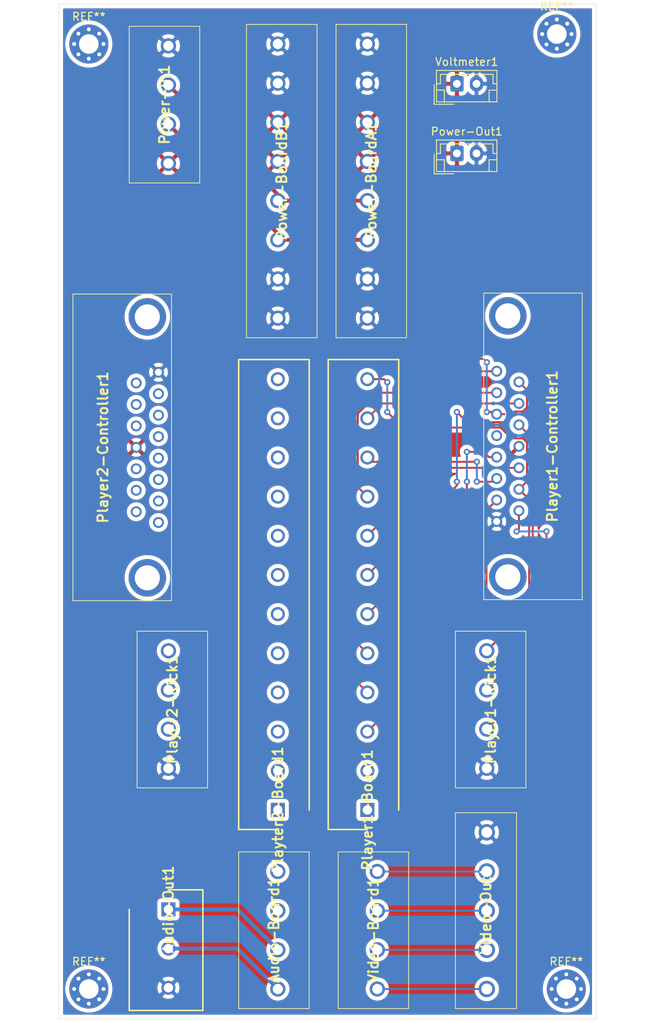
<source format=kicad_pcb>
(kicad_pcb (version 20171130) (host pcbnew "(5.1.5)-3")
  (layers (0 F.Cu signal) (31 B.Cu signal) (34 B.Paste user) (35 F.Paste user) (36 B.SilkS user) (37 F.SilkS user) (38 B.Mask user) (39 F.Mask user) (44 Edge.Cuts user))
  (net 0 "")
  (net 1 /Red)
  (net 2 /Green)
  (net 3 /Blue)
  (net 4 /Sync)
  (net 5 /GND)
  (net 6 /Audio+)
  (net 7 /SPK-)
  (net 8 /SPK+)
  (net 9 /+5V)
  (net 10 /-5V)
  (net 11 /+12V)
  (net 12 /P1-Button6)
  (net 13 /P1-Coin)
  (net 14 /P1-Button4)
  (net 15 /P1-Button2)
  (net 16 /P1-Right)
  (net 17 /P1-Down)
  (net 18 /P1-Button5)
  (net 19 /P1-Start)
  (net 20 /P1-Button3)
  (net 21 /P1-Button1)
  (net 22 /P1-Left)
  (net 23 /P1-Up)
  (net 24 /P2-Up)
  (net 25 /P2-Left)
  (net 26 /P2-Button1)
  (net 27 /P2-Button3)
  (net 28 /P2-Start)
  (net 29 /P2-Button5)
  (net 30 /P2-Button4)
  (net 31 /P2-Down)
  (net 32 /P2-Right)
  (net 33 /P2-Button2)
  (net 34 /P2-Coin)
  (net 35 /P2-Button6)
  (net 36 /Service-Switch)
  (net 37 /Tilt-Switch)
  (net 38 "Net-(Player1-Controller1-PadMH1)")
  (net 39 "Net-(Player1-Controller1-PadMH2)")
  (net 40 "Net-(Player2-Controller1-PadMH2)")
  (net 41 "Net-(Player2-Controller1-PadMH1)")
  (net 42 "Net-(Audio-Board1-Pad3)")
  (net 43 /Test-Switch)
  (net 44 "Net-(Playter2-Board1-Pad1)")
  (net 45 "Net-(Player1-Controller1-Pad9)")
  (net 46 "Net-(Player2-Controller1-Pad9)")
  (module MountingHole:MountingHole_2.5mm_Pad_Via (layer F.Cu) (at 203.2 139.7)
    (fp_text reference REF** (at 0 -3.5) (layer F.SilkS))
    (fp_text value MountingHole_2.5mm_Pad_Via)
    (pad 1 thru_hole circle (at 1.325825 -1.325825) (size 0.8 0.8) (drill 0.5) (layers *.Cu *.Mask))
    (pad 1 thru_hole circle (at 0 -1.875) (size 0.8 0.8) (drill 0.5) (layers *.Cu *.Mask))
    (pad 1 thru_hole circle (at -1.325825 -1.325825) (size 0.8 0.8) (drill 0.5) (layers *.Cu *.Mask))
    (pad 1 thru_hole circle (at -1.875 0) (size 0.8 0.8) (drill 0.5) (layers *.Cu *.Mask))
    (pad 1 thru_hole circle (at -1.325825 1.325825) (size 0.8 0.8) (drill 0.5) (layers *.Cu *.Mask))
    (pad 1 thru_hole circle (at 0 1.875) (size 0.8 0.8) (drill 0.5) (layers *.Cu *.Mask))
    (pad 1 thru_hole circle (at 1.325825 1.325825) (size 0.8 0.8) (drill 0.5) (layers *.Cu *.Mask))
    (pad 1 thru_hole circle (at 1.875 0) (size 0.8 0.8) (drill 0.5) (layers *.Cu *.Mask))
    (pad 1 thru_hole circle (at 0 0) (size 5 5) (drill 2.5) (layers *.Cu *.Mask))
  )
  (module MountingHole:MountingHole_2.5mm_Pad_Via (layer F.Cu) (at 142.24 139.7)
    (fp_text reference REF** (at 0 -3.5) (layer F.SilkS))
    (fp_text value MountingHole_2.5mm_Pad_Via)
    (pad 1 thru_hole circle (at 1.325825 -1.325825) (size 0.8 0.8) (drill 0.5) (layers *.Cu *.Mask))
    (pad 1 thru_hole circle (at 0 -1.875) (size 0.8 0.8) (drill 0.5) (layers *.Cu *.Mask))
    (pad 1 thru_hole circle (at -1.325825 -1.325825) (size 0.8 0.8) (drill 0.5) (layers *.Cu *.Mask))
    (pad 1 thru_hole circle (at -1.875 0) (size 0.8 0.8) (drill 0.5) (layers *.Cu *.Mask))
    (pad 1 thru_hole circle (at -1.325825 1.325825) (size 0.8 0.8) (drill 0.5) (layers *.Cu *.Mask))
    (pad 1 thru_hole circle (at 0 1.875) (size 0.8 0.8) (drill 0.5) (layers *.Cu *.Mask))
    (pad 1 thru_hole circle (at 1.325825 1.325825) (size 0.8 0.8) (drill 0.5) (layers *.Cu *.Mask))
    (pad 1 thru_hole circle (at 1.875 0) (size 0.8 0.8) (drill 0.5) (layers *.Cu *.Mask))
    (pad 1 thru_hole circle (at 0 0) (size 5 5) (drill 2.5) (layers *.Cu *.Mask))
  )
  (module MountingHole:MountingHole_2.5mm_Pad_Via (layer F.Cu) (at 142.24 19.05)
    (fp_text reference REF** (at 0 -3.5) (layer F.SilkS))
    (fp_text value MountingHole_2.5mm_Pad_Via)
    (pad 1 thru_hole circle (at 1.325825 -1.325825) (size 0.8 0.8) (drill 0.5) (layers *.Cu *.Mask))
    (pad 1 thru_hole circle (at 0 -1.875) (size 0.8 0.8) (drill 0.5) (layers *.Cu *.Mask))
    (pad 1 thru_hole circle (at -1.325825 -1.325825) (size 0.8 0.8) (drill 0.5) (layers *.Cu *.Mask))
    (pad 1 thru_hole circle (at -1.875 0) (size 0.8 0.8) (drill 0.5) (layers *.Cu *.Mask))
    (pad 1 thru_hole circle (at -1.325825 1.325825) (size 0.8 0.8) (drill 0.5) (layers *.Cu *.Mask))
    (pad 1 thru_hole circle (at 0 1.875) (size 0.8 0.8) (drill 0.5) (layers *.Cu *.Mask))
    (pad 1 thru_hole circle (at 1.325825 1.325825) (size 0.8 0.8) (drill 0.5) (layers *.Cu *.Mask))
    (pad 1 thru_hole circle (at 1.875 0) (size 0.8 0.8) (drill 0.5) (layers *.Cu *.Mask))
    (pad 1 thru_hole circle (at 0 0) (size 5 5) (drill 2.5) (layers *.Cu *.Mask))
  )
  (module MountingHole:MountingHole_2.5mm_Pad_Via (layer F.Cu) (at 201.985825 17.78)
    (fp_text reference REF** (at 0 -3.5) (layer F.SilkS))
    (fp_text value MountingHole_2.5mm_Pad_Via)
    (pad 1 thru_hole circle (at 1.325825 -1.325825) (size 0.8 0.8) (drill 0.5) (layers *.Cu *.Mask))
    (pad 1 thru_hole circle (at 0 -1.875) (size 0.8 0.8) (drill 0.5) (layers *.Cu *.Mask))
    (pad 1 thru_hole circle (at -1.325825 -1.325825) (size 0.8 0.8) (drill 0.5) (layers *.Cu *.Mask))
    (pad 1 thru_hole circle (at -1.875 0) (size 0.8 0.8) (drill 0.5) (layers *.Cu *.Mask))
    (pad 1 thru_hole circle (at -1.325825 1.325825) (size 0.8 0.8) (drill 0.5) (layers *.Cu *.Mask))
    (pad 1 thru_hole circle (at 0 1.875) (size 0.8 0.8) (drill 0.5) (layers *.Cu *.Mask))
    (pad 1 thru_hole circle (at 1.325825 1.325825) (size 0.8 0.8) (drill 0.5) (layers *.Cu *.Mask))
    (pad 1 thru_hole circle (at 1.875 0) (size 0.8 0.8) (drill 0.5) (layers *.Cu *.Mask))
    (pad 1 thru_hole circle (at 0 0) (size 5 5) (drill 2.5) (layers *.Cu *.Mask))
  )
  (module SamacSys:TB003500P05BE (layer F.Cu) (at 193.04 139.7 90)
    (fp_text reference Video-Out1 (at 10 -0.1 90) (layer F.SilkS) (effects (font (size 1.27 1.27) (thickness 0.254))))
    (fp_text value Block5 hide)
    (fp_line (start -2.5 3.8) (end -2.5 -4) (layer F.SilkS) (width 0.1))
    (fp_line (start 22.5 3.8) (end -2.5 3.8) (layer F.SilkS) (width 0.1))
    (fp_line (start 22.5 -4) (end 22.5 3.8) (layer F.SilkS) (width 0.1))
    (fp_line (start -2.5 -4) (end 22.5 -4) (layer F.SilkS) (width 0.1))
    (pad 5 thru_hole circle (at 20 0 90) (size 2.1 2.1) (drill 1.4) (layers *.Cu *.Mask) (net 5 /GND))
    (pad 4 thru_hole circle (at 15 0 90) (size 2.1 2.1) (drill 1.4) (layers *.Cu *.Mask) (net 4 /Sync))
    (pad 3 thru_hole circle (at 10 0 90) (size 2.1 2.1) (drill 1.4) (layers *.Cu *.Mask) (net 3 /Blue))
    (pad 2 thru_hole circle (at 5 0 90) (size 2.1 2.1) (drill 1.4) (layers *.Cu *.Mask) (net 2 /Green))
    (pad 1 thru_hole circle (at 0 0 90) (size 2.1 2.1) (drill 1.4) (layers *.Cu *.Mask) (net 1 /Red))
  )
  (module SamacSys:TB00150004BE (layer F.Cu) (at 179.07 139.7 90)
    (fp_text reference Video-Board1 (at 7.5 -0.5 90) (layer F.SilkS) (effects (font (size 1.27 1.27) (thickness 0.254))))
    (fp_text value Block12 hide)
    (fp_line (start -2.5 -5) (end 17.5 -5) (layer F.SilkS) (width 0.1))
    (fp_line (start 17.5 -5) (end 17.5 4) (layer F.SilkS) (width 0.1))
    (fp_line (start 17.5 4) (end -2.5 4) (layer F.SilkS) (width 0.1))
    (fp_line (start -2.5 4) (end -2.5 -5) (layer F.SilkS) (width 0.1))
    (pad 1 thru_hole circle (at 0 0 90) (size 1.95 1.95) (drill 1.3) (layers *.Cu *.Mask) (net 1 /Red))
    (pad 2 thru_hole circle (at 5 0 90) (size 1.95 1.95) (drill 1.3) (layers *.Cu *.Mask) (net 2 /Green))
    (pad 3 thru_hole circle (at 10 0 90) (size 1.95 1.95) (drill 1.3) (layers *.Cu *.Mask) (net 3 /Blue))
    (pad 4 thru_hole circle (at 15 0 90) (size 1.95 1.95) (drill 1.3) (layers *.Cu *.Mask) (net 4 /Sync))
  )
  (module SamacSys:TB00150004BE (layer F.Cu) (at 166.37 139.7 90)
    (fp_text reference Audio-Board1 (at 7.5 -0.5 90) (layer F.SilkS) (effects (font (size 1.27 1.27) (thickness 0.254))))
    (fp_text value Block4 hide)
    (fp_line (start -2.5 4) (end -2.5 -5) (layer F.SilkS) (width 0.1))
    (fp_line (start 17.5 4) (end -2.5 4) (layer F.SilkS) (width 0.1))
    (fp_line (start 17.5 -5) (end 17.5 4) (layer F.SilkS) (width 0.1))
    (fp_line (start -2.5 -5) (end 17.5 -5) (layer F.SilkS) (width 0.1))
    (pad 4 thru_hole circle (at 15 0 90) (size 1.95 1.95) (drill 1.3) (layers *.Cu *.Mask) (net 6 /Audio+))
    (pad 3 thru_hole circle (at 10 0 90) (size 1.95 1.95) (drill 1.3) (layers *.Cu *.Mask) (net 42 "Net-(Audio-Board1-Pad3)"))
    (pad 2 thru_hole circle (at 5 0 90) (size 1.95 1.95) (drill 1.3) (layers *.Cu *.Mask) (net 8 /SPK+))
    (pad 1 thru_hole circle (at 0 0 90) (size 1.95 1.95) (drill 1.3) (layers *.Cu *.Mask) (net 7 /SPK-))
  )
  (module SamacSys:TB00150004BE (layer F.Cu) (at 152.4 34.29 90)
    (fp_text reference Power-In1 (at 7.5 -0.5 90) (layer F.SilkS) (effects (font (size 1.27 1.27) (thickness 0.254))))
    (fp_text value Block4 hide)
    (fp_line (start -2.5 -5) (end 17.5 -5) (layer F.SilkS) (width 0.1))
    (fp_line (start 17.5 -5) (end 17.5 4) (layer F.SilkS) (width 0.1))
    (fp_line (start 17.5 4) (end -2.5 4) (layer F.SilkS) (width 0.1))
    (fp_line (start -2.5 4) (end -2.5 -5) (layer F.SilkS) (width 0.1))
    (pad 1 thru_hole circle (at 0 0 90) (size 1.95 1.95) (drill 1.3) (layers *.Cu *.Mask) (net 9 /+5V))
    (pad 2 thru_hole circle (at 5 0 90) (size 1.95 1.95) (drill 1.3) (layers *.Cu *.Mask) (net 11 /+12V))
    (pad 3 thru_hole circle (at 10 0 90) (size 1.95 1.95) (drill 1.3) (layers *.Cu *.Mask) (net 10 /-5V))
    (pad 4 thru_hole circle (at 15 0 90) (size 1.95 1.95) (drill 1.3) (layers *.Cu *.Mask) (net 5 /GND))
  )
  (module Connector_JST:JST_EH_B2B-EH-A_1x02_P2.50mm_Vertical (layer F.Cu) (at 189.23 24.13)
    (fp_text reference Voltmeter1 (at 1.25 -2.8) (layer F.SilkS))
    (fp_text value J?)
    (fp_line (start -2.61 -1.71) (end -2.61 2.31) (layer F.SilkS) (width 0.12))
    (fp_line (start -2.61 2.31) (end 5.11 2.31) (layer F.SilkS) (width 0.12))
    (fp_line (start 5.11 2.31) (end 5.11 -1.71) (layer F.SilkS) (width 0.12))
    (fp_line (start 5.11 -1.71) (end -2.61 -1.71) (layer F.SilkS) (width 0.12))
    (fp_line (start -2.61 0) (end -2.11 0) (layer F.SilkS) (width 0.12))
    (fp_line (start -2.11 0) (end -2.11 -1.21) (layer F.SilkS) (width 0.12))
    (fp_line (start -2.11 -1.21) (end 4.61 -1.21) (layer F.SilkS) (width 0.12))
    (fp_line (start 4.61 -1.21) (end 4.61 0) (layer F.SilkS) (width 0.12))
    (fp_line (start 4.61 0) (end 5.11 0) (layer F.SilkS) (width 0.12))
    (fp_line (start -2.61 0.81) (end -1.61 0.81) (layer F.SilkS) (width 0.12))
    (fp_line (start -1.61 0.81) (end -1.61 2.31) (layer F.SilkS) (width 0.12))
    (fp_line (start 5.11 0.81) (end 4.11 0.81) (layer F.SilkS) (width 0.12))
    (fp_line (start 4.11 0.81) (end 4.11 2.31) (layer F.SilkS) (width 0.12))
    (fp_line (start -2.91 0.11) (end -2.91 2.61) (layer F.SilkS) (width 0.12))
    (fp_line (start -2.91 2.61) (end -0.41 2.61) (layer F.SilkS) (width 0.12))
    (pad 1 thru_hole roundrect (at 0 0) (size 1.7 2) (drill 1) (layers *.Cu *.Mask) (roundrect_rratio 0.147059) (net 9 /+5V))
    (pad 2 thru_hole oval (at 2.5 0) (size 1.7 2) (drill 1) (layers *.Cu *.Mask) (net 5 /GND))
  )
  (module Connector_JST:JST_EH_B2B-EH-A_1x02_P2.50mm_Vertical (layer F.Cu) (at 189.23 33.02)
    (fp_text reference Power-Out1 (at 1.25 -2.8) (layer F.SilkS))
    (fp_text value J?)
    (fp_line (start -2.91 2.61) (end -0.41 2.61) (layer F.SilkS) (width 0.12))
    (fp_line (start -2.91 0.11) (end -2.91 2.61) (layer F.SilkS) (width 0.12))
    (fp_line (start 4.11 0.81) (end 4.11 2.31) (layer F.SilkS) (width 0.12))
    (fp_line (start 5.11 0.81) (end 4.11 0.81) (layer F.SilkS) (width 0.12))
    (fp_line (start -1.61 0.81) (end -1.61 2.31) (layer F.SilkS) (width 0.12))
    (fp_line (start -2.61 0.81) (end -1.61 0.81) (layer F.SilkS) (width 0.12))
    (fp_line (start 4.61 0) (end 5.11 0) (layer F.SilkS) (width 0.12))
    (fp_line (start 4.61 -1.21) (end 4.61 0) (layer F.SilkS) (width 0.12))
    (fp_line (start -2.11 -1.21) (end 4.61 -1.21) (layer F.SilkS) (width 0.12))
    (fp_line (start -2.11 0) (end -2.11 -1.21) (layer F.SilkS) (width 0.12))
    (fp_line (start -2.61 0) (end -2.11 0) (layer F.SilkS) (width 0.12))
    (fp_line (start 5.11 -1.71) (end -2.61 -1.71) (layer F.SilkS) (width 0.12))
    (fp_line (start 5.11 2.31) (end 5.11 -1.71) (layer F.SilkS) (width 0.12))
    (fp_line (start -2.61 2.31) (end 5.11 2.31) (layer F.SilkS) (width 0.12))
    (fp_line (start -2.61 -1.71) (end -2.61 2.31) (layer F.SilkS) (width 0.12))
    (pad 2 thru_hole oval (at 2.5 0) (size 1.7 2) (drill 1) (layers *.Cu *.Mask) (net 5 /GND))
    (pad 1 thru_hole roundrect (at 0 0) (size 1.7 2) (drill 1) (layers *.Cu *.Mask) (roundrect_rratio 0.147059) (net 9 /+5V))
  )
  (module SamacSys:D15P33E4PA00LF (layer F.Cu) (at 194.31 80.01 90)
    (fp_text reference Player1-Controller1 (at 9.59 7.09 90) (layer F.SilkS) (effects (font (size 1.27 1.27) (thickness 0.254))))
    (fp_text value D-Sub15 hide)
    (fp_line (start -9.98 -1.66) (end 29.16 -1.66) (layer F.SilkS) (width 0.1))
    (fp_line (start 29.16 -1.66) (end 29.16 10.92) (layer F.SilkS) (width 0.1))
    (fp_line (start 29.16 10.92) (end -9.98 10.92) (layer F.SilkS) (width 0.1))
    (fp_line (start -9.98 10.92) (end -9.98 -1.66) (layer F.SilkS) (width 0.1))
    (pad 1 thru_hole circle (at 0 0 90) (size 1.4 1.4) (drill 0.9) (layers *.Cu *.Mask) (net 5 /GND))
    (pad 2 thru_hole circle (at 1.37 2.84 90) (size 1.4 1.4) (drill 0.9) (layers *.Cu *.Mask) (net 12 /P1-Button6))
    (pad 3 thru_hole circle (at 2.74 0 90) (size 1.4 1.4) (drill 0.9) (layers *.Cu *.Mask) (net 13 /P1-Coin))
    (pad 4 thru_hole circle (at 4.11 2.84 90) (size 1.4 1.4) (drill 0.9) (layers *.Cu *.Mask) (net 14 /P1-Button4))
    (pad 5 thru_hole circle (at 5.48 0 90) (size 1.4 1.4) (drill 0.9) (layers *.Cu *.Mask) (net 15 /P1-Button2))
    (pad 6 thru_hole circle (at 6.85 2.84 90) (size 1.4 1.4) (drill 0.9) (layers *.Cu *.Mask) (net 16 /P1-Right))
    (pad 7 thru_hole circle (at 8.22 0 90) (size 1.4 1.4) (drill 0.9) (layers *.Cu *.Mask) (net 17 /P1-Down))
    (pad 8 thru_hole circle (at 9.59 2.84 90) (size 1.4 1.4) (drill 0.9) (layers *.Cu *.Mask) (net 9 /+5V))
    (pad 9 thru_hole circle (at 10.96 0 90) (size 1.4 1.4) (drill 0.9) (layers *.Cu *.Mask) (net 45 "Net-(Player1-Controller1-Pad9)"))
    (pad 10 thru_hole circle (at 12.33 2.84 90) (size 1.4 1.4) (drill 0.9) (layers *.Cu *.Mask) (net 18 /P1-Button5))
    (pad 11 thru_hole circle (at 13.7 0 90) (size 1.4 1.4) (drill 0.9) (layers *.Cu *.Mask) (net 19 /P1-Start))
    (pad 12 thru_hole circle (at 15.07 2.84 90) (size 1.4 1.4) (drill 0.9) (layers *.Cu *.Mask) (net 20 /P1-Button3))
    (pad 13 thru_hole circle (at 16.44 0 90) (size 1.4 1.4) (drill 0.9) (layers *.Cu *.Mask) (net 21 /P1-Button1))
    (pad 14 thru_hole circle (at 17.81 2.84 90) (size 1.4 1.4) (drill 0.9) (layers *.Cu *.Mask) (net 22 /P1-Left))
    (pad 15 thru_hole circle (at 19.18 0 90) (size 1.4 1.4) (drill 0.9) (layers *.Cu *.Mask) (net 23 /P1-Up))
    (pad MH1 thru_hole circle (at -7.07 1.42 90) (size 4.8 4.8) (drill 3.2) (layers *.Cu *.Mask) (net 38 "Net-(Player1-Controller1-PadMH1)"))
    (pad MH2 thru_hole circle (at 26.25 1.42 90) (size 4.8 4.8) (drill 3.2) (layers *.Cu *.Mask) (net 39 "Net-(Player1-Controller1-PadMH2)"))
  )
  (module SamacSys:D15P33E4PA00LF (layer F.Cu) (at 151.13 60.96 270)
    (fp_text reference Player2-Controller1 (at 9.59 7.09 90) (layer F.SilkS) (effects (font (size 1.27 1.27) (thickness 0.254))))
    (fp_text value D-Sub15 hide)
    (fp_line (start -9.98 10.92) (end -9.98 -1.66) (layer F.SilkS) (width 0.1))
    (fp_line (start 29.16 10.92) (end -9.98 10.92) (layer F.SilkS) (width 0.1))
    (fp_line (start 29.16 -1.66) (end 29.16 10.92) (layer F.SilkS) (width 0.1))
    (fp_line (start -9.98 -1.66) (end 29.16 -1.66) (layer F.SilkS) (width 0.1))
    (pad MH2 thru_hole circle (at 26.25 1.42 270) (size 4.8 4.8) (drill 3.2) (layers *.Cu *.Mask) (net 40 "Net-(Player2-Controller1-PadMH2)"))
    (pad MH1 thru_hole circle (at -7.07 1.42 270) (size 4.8 4.8) (drill 3.2) (layers *.Cu *.Mask) (net 41 "Net-(Player2-Controller1-PadMH1)"))
    (pad 15 thru_hole circle (at 19.18 0 270) (size 1.4 1.4) (drill 0.9) (layers *.Cu *.Mask) (net 24 /P2-Up))
    (pad 14 thru_hole circle (at 17.81 2.84 270) (size 1.4 1.4) (drill 0.9) (layers *.Cu *.Mask) (net 25 /P2-Left))
    (pad 13 thru_hole circle (at 16.44 0 270) (size 1.4 1.4) (drill 0.9) (layers *.Cu *.Mask) (net 26 /P2-Button1))
    (pad 12 thru_hole circle (at 15.07 2.84 270) (size 1.4 1.4) (drill 0.9) (layers *.Cu *.Mask) (net 27 /P2-Button3))
    (pad 11 thru_hole circle (at 13.7 0 270) (size 1.4 1.4) (drill 0.9) (layers *.Cu *.Mask) (net 28 /P2-Start))
    (pad 10 thru_hole circle (at 12.33 2.84 270) (size 1.4 1.4) (drill 0.9) (layers *.Cu *.Mask) (net 29 /P2-Button5))
    (pad 9 thru_hole circle (at 10.96 0 270) (size 1.4 1.4) (drill 0.9) (layers *.Cu *.Mask) (net 46 "Net-(Player2-Controller1-Pad9)"))
    (pad 8 thru_hole circle (at 9.59 2.84 270) (size 1.4 1.4) (drill 0.9) (layers *.Cu *.Mask) (net 9 /+5V))
    (pad 7 thru_hole circle (at 8.22 0 270) (size 1.4 1.4) (drill 0.9) (layers *.Cu *.Mask) (net 31 /P2-Down))
    (pad 6 thru_hole circle (at 6.85 2.84 270) (size 1.4 1.4) (drill 0.9) (layers *.Cu *.Mask) (net 32 /P2-Right))
    (pad 5 thru_hole circle (at 5.48 0 270) (size 1.4 1.4) (drill 0.9) (layers *.Cu *.Mask) (net 33 /P2-Button2))
    (pad 4 thru_hole circle (at 4.11 2.84 270) (size 1.4 1.4) (drill 0.9) (layers *.Cu *.Mask) (net 30 /P2-Button4))
    (pad 3 thru_hole circle (at 2.74 0 270) (size 1.4 1.4) (drill 0.9) (layers *.Cu *.Mask) (net 34 /P2-Coin))
    (pad 2 thru_hole circle (at 1.37 2.84 270) (size 1.4 1.4) (drill 0.9) (layers *.Cu *.Mask) (net 35 /P2-Button6))
    (pad 1 thru_hole circle (at 0 0 270) (size 1.4 1.4) (drill 0.9) (layers *.Cu *.Mask) (net 5 /GND))
  )
  (module SamacSys:SHDR12W100P0X500_1X12_6000X900X1250P (layer F.Cu) (at 177.8 116.84 90)
    (fp_text reference Player1-Board1 (at 0 0 90) (layer F.SilkS) (effects (font (size 1.27 1.27) (thickness 0.254))))
    (fp_text value Block12 hide)
    (fp_line (start 0 4) (end 57.5 4) (layer F.SilkS) (width 0.2))
    (fp_line (start 57.5 4) (end 57.5 -5) (layer F.SilkS) (width 0.2))
    (fp_line (start 57.5 -5) (end -2.5 -5) (layer F.SilkS) (width 0.2))
    (fp_line (start -2.5 -5) (end -2.5 0) (layer F.SilkS) (width 0.2))
    (pad 1 thru_hole rect (at 0 0 90) (size 1.8 1.8) (drill 1.2) (layers *.Cu *.Mask) (net 36 /Service-Switch))
    (pad 2 thru_hole circle (at 5 0 90) (size 1.8 1.8) (drill 1.2) (layers *.Cu *.Mask) (net 37 /Tilt-Switch))
    (pad 3 thru_hole circle (at 10 0 90) (size 1.8 1.8) (drill 1.2) (layers *.Cu *.Mask) (net 13 /P1-Coin))
    (pad 4 thru_hole circle (at 15 0 90) (size 1.8 1.8) (drill 1.2) (layers *.Cu *.Mask) (net 19 /P1-Start))
    (pad 5 thru_hole circle (at 20 0 90) (size 1.8 1.8) (drill 1.2) (layers *.Cu *.Mask) (net 23 /P1-Up))
    (pad 6 thru_hole circle (at 25 0 90) (size 1.8 1.8) (drill 1.2) (layers *.Cu *.Mask) (net 17 /P1-Down))
    (pad 7 thru_hole circle (at 30 0 90) (size 1.8 1.8) (drill 1.2) (layers *.Cu *.Mask) (net 22 /P1-Left))
    (pad 8 thru_hole circle (at 35 0 90) (size 1.8 1.8) (drill 1.2) (layers *.Cu *.Mask) (net 16 /P1-Right))
    (pad 9 thru_hole circle (at 40 0 90) (size 1.8 1.8) (drill 1.2) (layers *.Cu *.Mask) (net 21 /P1-Button1))
    (pad 10 thru_hole circle (at 45 0 90) (size 1.8 1.8) (drill 1.2) (layers *.Cu *.Mask) (net 15 /P1-Button2))
    (pad 11 thru_hole circle (at 50 0 90) (size 1.8 1.8) (drill 1.2) (layers *.Cu *.Mask) (net 20 /P1-Button3))
    (pad 12 thru_hole circle (at 55 0 90) (size 1.8 1.8) (drill 1.2) (layers *.Cu *.Mask) (net 14 /P1-Button4))
  )
  (module SamacSys:SHDR12W100P0X500_1X12_6000X900X1250P (layer F.Cu) (at 166.37 116.84 90)
    (fp_text reference Playter2-Board1 (at 0 0 90) (layer F.SilkS) (effects (font (size 1.27 1.27) (thickness 0.254))))
    (fp_text value Block12 hide)
    (fp_line (start -2.5 -5) (end -2.5 0) (layer F.SilkS) (width 0.2))
    (fp_line (start 57.5 -5) (end -2.5 -5) (layer F.SilkS) (width 0.2))
    (fp_line (start 57.5 4) (end 57.5 -5) (layer F.SilkS) (width 0.2))
    (fp_line (start 0 4) (end 57.5 4) (layer F.SilkS) (width 0.2))
    (pad 12 thru_hole circle (at 55 0 90) (size 1.8 1.8) (drill 1.2) (layers *.Cu *.Mask) (net 30 /P2-Button4))
    (pad 11 thru_hole circle (at 50 0 90) (size 1.8 1.8) (drill 1.2) (layers *.Cu *.Mask) (net 27 /P2-Button3))
    (pad 10 thru_hole circle (at 45 0 90) (size 1.8 1.8) (drill 1.2) (layers *.Cu *.Mask) (net 33 /P2-Button2))
    (pad 9 thru_hole circle (at 40 0 90) (size 1.8 1.8) (drill 1.2) (layers *.Cu *.Mask) (net 26 /P2-Button1))
    (pad 8 thru_hole circle (at 35 0 90) (size 1.8 1.8) (drill 1.2) (layers *.Cu *.Mask) (net 32 /P2-Right))
    (pad 7 thru_hole circle (at 30 0 90) (size 1.8 1.8) (drill 1.2) (layers *.Cu *.Mask) (net 25 /P2-Left))
    (pad 6 thru_hole circle (at 25 0 90) (size 1.8 1.8) (drill 1.2) (layers *.Cu *.Mask) (net 31 /P2-Down))
    (pad 5 thru_hole circle (at 20 0 90) (size 1.8 1.8) (drill 1.2) (layers *.Cu *.Mask) (net 24 /P2-Up))
    (pad 4 thru_hole circle (at 15 0 90) (size 1.8 1.8) (drill 1.2) (layers *.Cu *.Mask) (net 28 /P2-Start))
    (pad 3 thru_hole circle (at 10 0 90) (size 1.8 1.8) (drill 1.2) (layers *.Cu *.Mask) (net 34 /P2-Coin))
    (pad 2 thru_hole circle (at 5 0 90) (size 1.8 1.8) (drill 1.2) (layers *.Cu *.Mask) (net 43 /Test-Switch))
    (pad 1 thru_hole rect (at 0 0 90) (size 1.8 1.8) (drill 1.2) (layers *.Cu *.Mask) (net 44 "Net-(Playter2-Board1-Pad1)"))
  )
  (module SamacSys:TB00150008BE (layer F.Cu) (at 177.8 19.05 270)
    (fp_text reference Power-BoardA1 (at 17.5 -0.5 90) (layer F.SilkS) (effects (font (size 1.27 1.27) (thickness 0.254))))
    (fp_text value Block8 hide)
    (fp_line (start -2.5 -5) (end 37.5 -5) (layer F.SilkS) (width 0.1))
    (fp_line (start 37.5 -5) (end 37.5 4) (layer F.SilkS) (width 0.1))
    (fp_line (start 37.5 4) (end -2.5 4) (layer F.SilkS) (width 0.1))
    (fp_line (start -2.5 4) (end -2.5 -5) (layer F.SilkS) (width 0.1))
    (pad 1 thru_hole circle (at 0 0 270) (size 1.95 1.95) (drill 1.3) (layers *.Cu *.Mask) (net 5 /GND))
    (pad 2 thru_hole circle (at 5 0 270) (size 1.95 1.95) (drill 1.3) (layers *.Cu *.Mask) (net 5 /GND))
    (pad 3 thru_hole circle (at 10 0 270) (size 1.95 1.95) (drill 1.3) (layers *.Cu *.Mask) (net 9 /+5V))
    (pad 4 thru_hole circle (at 15 0 270) (size 1.95 1.95) (drill 1.3) (layers *.Cu *.Mask) (net 9 /+5V))
    (pad 5 thru_hole circle (at 20 0 270) (size 1.95 1.95) (drill 1.3) (layers *.Cu *.Mask) (net 10 /-5V))
    (pad 6 thru_hole circle (at 25 0 270) (size 1.95 1.95) (drill 1.3) (layers *.Cu *.Mask) (net 11 /+12V))
    (pad 7 thru_hole circle (at 30 0 270) (size 1.95 1.95) (drill 1.3) (layers *.Cu *.Mask) (net 5 /GND))
    (pad 8 thru_hole circle (at 35 0 270) (size 1.95 1.95) (drill 1.3) (layers *.Cu *.Mask) (net 5 /GND))
  )
  (module SamacSys:TB00150008BE (layer F.Cu) (at 166.37 19.05 270)
    (fp_text reference Power-BoardB1 (at 17.5 -0.5 90) (layer F.SilkS) (effects (font (size 1.27 1.27) (thickness 0.254))))
    (fp_text value Block8 hide)
    (fp_line (start -2.5 4) (end -2.5 -5) (layer F.SilkS) (width 0.1))
    (fp_line (start 37.5 4) (end -2.5 4) (layer F.SilkS) (width 0.1))
    (fp_line (start 37.5 -5) (end 37.5 4) (layer F.SilkS) (width 0.1))
    (fp_line (start -2.5 -5) (end 37.5 -5) (layer F.SilkS) (width 0.1))
    (pad 8 thru_hole circle (at 35 0 270) (size 1.95 1.95) (drill 1.3) (layers *.Cu *.Mask) (net 5 /GND))
    (pad 7 thru_hole circle (at 30 0 270) (size 1.95 1.95) (drill 1.3) (layers *.Cu *.Mask) (net 5 /GND))
    (pad 6 thru_hole circle (at 25 0 270) (size 1.95 1.95) (drill 1.3) (layers *.Cu *.Mask) (net 11 /+12V))
    (pad 5 thru_hole circle (at 20 0 270) (size 1.95 1.95) (drill 1.3) (layers *.Cu *.Mask) (net 10 /-5V))
    (pad 4 thru_hole circle (at 15 0 270) (size 1.95 1.95) (drill 1.3) (layers *.Cu *.Mask) (net 9 /+5V))
    (pad 3 thru_hole circle (at 10 0 270) (size 1.95 1.95) (drill 1.3) (layers *.Cu *.Mask) (net 9 /+5V))
    (pad 2 thru_hole circle (at 5 0 270) (size 1.95 1.95) (drill 1.3) (layers *.Cu *.Mask) (net 5 /GND))
    (pad 1 thru_hole circle (at 0 0 270) (size 1.95 1.95) (drill 1.3) (layers *.Cu *.Mask) (net 5 /GND))
  )
  (module SamacSys:TB00150004BE (layer F.Cu) (at 193.04 96.52 270)
    (fp_text reference Player1-Kick1 (at 7.5 -0.5 90) (layer F.SilkS) (effects (font (size 1.27 1.27) (thickness 0.254))))
    (fp_text value Block4 hide)
    (fp_line (start -2.5 4) (end -2.5 -5) (layer F.SilkS) (width 0.1))
    (fp_line (start 17.5 4) (end -2.5 4) (layer F.SilkS) (width 0.1))
    (fp_line (start 17.5 -5) (end 17.5 4) (layer F.SilkS) (width 0.1))
    (fp_line (start -2.5 -5) (end 17.5 -5) (layer F.SilkS) (width 0.1))
    (pad 4 thru_hole circle (at 15 0 270) (size 1.95 1.95) (drill 1.3) (layers *.Cu *.Mask) (net 5 /GND))
    (pad 3 thru_hole circle (at 10 0 270) (size 1.95 1.95) (drill 1.3) (layers *.Cu *.Mask) (net 12 /P1-Button6))
    (pad 2 thru_hole circle (at 5 0 270) (size 1.95 1.95) (drill 1.3) (layers *.Cu *.Mask) (net 18 /P1-Button5))
    (pad 1 thru_hole circle (at 0 0 270) (size 1.95 1.95) (drill 1.3) (layers *.Cu *.Mask) (net 14 /P1-Button4))
  )
  (module SamacSys:SHDR3W100P0X500_1X3_1500X900X1290P (layer F.Cu) (at 152.4 129.54 270)
    (fp_text reference Audio-Out1 (at 0 0 90) (layer F.SilkS) (effects (font (size 1.27 1.27) (thickness 0.254))))
    (fp_text value Block3 hide)
    (fp_line (start 0 5) (end 12.9 5) (layer F.SilkS) (width 0.2))
    (fp_line (start 12.9 5) (end 12.9 -4.4) (layer F.SilkS) (width 0.2))
    (fp_line (start 12.9 -4.4) (end -2.5 -4.4) (layer F.SilkS) (width 0.2))
    (fp_line (start -2.5 -4.4) (end -2.5 0) (layer F.SilkS) (width 0.2))
    (pad 1 thru_hole rect (at 0 0 270) (size 1.8 1.8) (drill 1.2) (layers *.Cu *.Mask) (net 8 /SPK+))
    (pad 2 thru_hole circle (at 5 0 270) (size 1.8 1.8) (drill 1.2) (layers *.Cu *.Mask) (net 7 /SPK-))
    (pad 3 thru_hole circle (at 10 0 270) (size 1.8 1.8) (drill 1.2) (layers *.Cu *.Mask) (net 5 /GND))
  )
  (module SamacSys:TB00150004BE (layer F.Cu) (at 152.4 96.52 270)
    (fp_text reference Player2-Kick1 (at 7.5 -0.5 90) (layer F.SilkS) (effects (font (size 1.27 1.27) (thickness 0.254))))
    (fp_text value Block4 hide)
    (fp_line (start -2.5 -5) (end 17.5 -5) (layer F.SilkS) (width 0.1))
    (fp_line (start 17.5 -5) (end 17.5 4) (layer F.SilkS) (width 0.1))
    (fp_line (start 17.5 4) (end -2.5 4) (layer F.SilkS) (width 0.1))
    (fp_line (start -2.5 4) (end -2.5 -5) (layer F.SilkS) (width 0.1))
    (pad 1 thru_hole circle (at 0 0 270) (size 1.95 1.95) (drill 1.3) (layers *.Cu *.Mask) (net 30 /P2-Button4))
    (pad 2 thru_hole circle (at 5 0 270) (size 1.95 1.95) (drill 1.3) (layers *.Cu *.Mask) (net 29 /P2-Button5))
    (pad 3 thru_hole circle (at 10 0 270) (size 1.95 1.95) (drill 1.3) (layers *.Cu *.Mask) (net 35 /P2-Button6))
    (pad 4 thru_hole circle (at 15 0 270) (size 1.95 1.95) (drill 1.3) (layers *.Cu *.Mask) (net 5 /GND))
  )
  (gr_line (start 138.43 143.51) (end 138.43 13.97) (layer Edge.Cuts) (width 0.05))
  (gr_line (start 207.01 143.51) (end 138.43 143.51) (layer Edge.Cuts) (width 0.05))
  (gr_line (start 207.01 13.97) (end 207.01 143.51) (layer Edge.Cuts) (width 0.05))
  (gr_line (start 138.43 13.97) (end 207.01 13.97) (layer Edge.Cuts) (width 0.05))
  (via (at 189.23 66.04) (size 0.8) (drill 0.4) (layers F.Cu B.Cu) (net 22))
  (via (at 191.77 72.39) (size 0.8) (drill 0.4) (layers F.Cu B.Cu) (net 15))
  (via (at 191.77 74.93) (size 0.8) (drill 0.4) (layers F.Cu B.Cu) (net 15))
  (via (at 193.04 66.04) (size 0.8) (drill 0.4) (layers F.Cu B.Cu) (net 19))
  (segment (start 179.07 139.7) (end 193.04 139.7) (width 0.25) (layer B.Cu) (net 1))
  (segment (start 179.07 134.7) (end 193.04 134.7) (width 0.25) (layer B.Cu) (net 2))
  (segment (start 179.07 129.7) (end 193.04 129.7) (width 0.25) (layer B.Cu) (net 3))
  (segment (start 179.07 124.7) (end 193.04 124.7) (width 0.25) (layer B.Cu) (net 4))
  (via (at 180.34 62.23) (size 0.8) (drill 0.4) (layers F.Cu B.Cu) (net 14))
  (via (at 190.5 74.93) (size 0.8) (drill 0.4) (layers F.Cu B.Cu) (net 17))
  (segment (start 161.21 134.54) (end 166.37 139.7) (width 0.499872) (layer B.Cu) (net 7))
  (segment (start 152.4 134.54) (end 161.21 134.54) (width 0.499872) (layer B.Cu) (net 7))
  (segment (start 161.21 129.54) (end 166.37 134.7) (width 0.499872) (layer B.Cu) (net 8))
  (segment (start 152.4 129.54) (end 161.21 129.54) (width 0.499872) (layer B.Cu) (net 8))
  (via (at 180.34 66.04) (size 0.8) (drill 0.4) (layers F.Cu B.Cu) (net 14))
  (via (at 190.5 71.12) (size 0.8) (drill 0.4) (layers F.Cu B.Cu) (net 17))
  (via (at 193.04 59.69) (size 0.8) (drill 0.4) (layers F.Cu B.Cu) (net 19))
  (via (at 196.85 81.28) (size 0.8) (drill 0.4) (layers F.Cu B.Cu) (net 12))
  (via (at 200.66 81.28) (size 0.8) (drill 0.4) (layers F.Cu B.Cu) (net 12))
  (segment (start 167.16 39.05) (end 177.8 39.05) (width 0.499872) (layer F.Cu) (net 10))
  (segment (start 152.4 24.29) (end 167.16 39.05) (width 0.499872) (layer F.Cu) (net 10))
  (segment (start 167.16 44.05) (end 177.8 44.05) (width 0.499872) (layer F.Cu) (net 11))
  (segment (start 152.4 29.29) (end 167.16 44.05) (width 0.499872) (layer F.Cu) (net 11))
  (segment (start 197.15 80.98) (end 196.85 81.28) (width 0.25) (layer F.Cu) (net 12))
  (segment (start 197.15 78.64) (end 197.15 80.98) (width 0.25) (layer F.Cu) (net 12))
  (segment (start 196.85 81.28) (end 200.66 81.28) (width 0.25) (layer B.Cu) (net 12))
  (segment (start 200.66 98.9) (end 193.04 106.52) (width 0.25) (layer F.Cu) (net 12))
  (segment (start 200.66 81.28) (end 200.66 98.9) (width 0.25) (layer F.Cu) (net 12))
  (segment (start 193.610001 77.969999) (end 194.31 77.27) (width 0.25) (layer F.Cu) (net 13))
  (segment (start 193.004999 78.575001) (end 193.610001 77.969999) (width 0.25) (layer F.Cu) (net 13))
  (segment (start 193.004999 91.635001) (end 193.004999 78.575001) (width 0.25) (layer F.Cu) (net 13))
  (segment (start 177.8 106.84) (end 193.004999 91.635001) (width 0.25) (layer F.Cu) (net 13))
  (segment (start 197.849999 76.599999) (end 197.15 75.9) (width 0.25) (layer F.Cu) (net 14))
  (segment (start 198.455001 91.104999) (end 198.455001 77.205001) (width 0.25) (layer F.Cu) (net 14))
  (segment (start 198.455001 77.205001) (end 197.849999 76.599999) (width 0.25) (layer F.Cu) (net 14))
  (segment (start 193.04 96.52) (end 198.455001 91.104999) (width 0.25) (layer F.Cu) (net 14))
  (segment (start 179.95 61.84) (end 180.34 62.23) (width 0.25) (layer F.Cu) (net 14))
  (segment (start 177.8 61.84) (end 179.95 61.84) (width 0.25) (layer F.Cu) (net 14))
  (segment (start 180.34 62.23) (end 180.34 66.04) (width 0.25) (layer B.Cu) (net 14))
  (segment (start 197.849999 75.200001) (end 197.15 75.9) (width 0.25) (layer F.Cu) (net 14))
  (segment (start 198.175001 69.927999) (end 198.175001 74.874999) (width 0.25) (layer F.Cu) (net 14))
  (segment (start 196.172001 69.394999) (end 197.642001 69.394999) (width 0.25) (layer F.Cu) (net 14))
  (segment (start 198.175001 74.874999) (end 197.849999 75.200001) (width 0.25) (layer F.Cu) (net 14))
  (segment (start 194.802001 68.024999) (end 196.172001 69.394999) (width 0.25) (layer F.Cu) (net 14))
  (segment (start 182.324999 68.024999) (end 194.802001 68.024999) (width 0.25) (layer F.Cu) (net 14))
  (segment (start 197.642001 69.394999) (end 198.175001 69.927999) (width 0.25) (layer F.Cu) (net 14))
  (segment (start 180.34 66.04) (end 182.324999 68.024999) (width 0.25) (layer F.Cu) (net 14))
  (segment (start 193.91 74.93) (end 194.31 74.53) (width 0.25) (layer F.Cu) (net 15))
  (segment (start 191.77 74.93) (end 193.91 74.93) (width 0.25) (layer F.Cu) (net 15))
  (segment (start 178.35 72.39) (end 177.8 71.84) (width 0.25) (layer F.Cu) (net 15))
  (segment (start 191.77 72.39) (end 178.35 72.39) (width 0.25) (layer F.Cu) (net 15))
  (segment (start 191.77 72.39) (end 191.77 74.93) (width 0.25) (layer B.Cu) (net 15))
  (segment (start 186.48 73.16) (end 177.8 81.84) (width 0.25) (layer F.Cu) (net 16))
  (segment (start 197.15 73.16) (end 186.48 73.16) (width 0.25) (layer F.Cu) (net 16))
  (segment (start 191.065685 71.12) (end 190.5 71.12) (width 0.25) (layer F.Cu) (net 17))
  (segment (start 192.650051 71.12) (end 191.065685 71.12) (width 0.25) (layer F.Cu) (net 17))
  (segment (start 193.320051 71.79) (end 192.650051 71.12) (width 0.25) (layer F.Cu) (net 17))
  (segment (start 194.31 71.79) (end 193.320051 71.79) (width 0.25) (layer F.Cu) (net 17))
  (segment (start 190.5 71.12) (end 190.5 74.93) (width 0.25) (layer B.Cu) (net 17))
  (segment (start 190.5 79.14) (end 190.5 74.93) (width 0.25) (layer F.Cu) (net 17))
  (segment (start 177.8 91.84) (end 190.5 79.14) (width 0.25) (layer F.Cu) (net 17))
  (segment (start 197.849999 68.379999) (end 197.15 67.68) (width 0.25) (layer F.Cu) (net 18))
  (segment (start 198.90501 69.43501) (end 197.849999 68.379999) (width 0.25) (layer F.Cu) (net 18))
  (segment (start 198.90501 95.65499) (end 198.90501 69.43501) (width 0.25) (layer F.Cu) (net 18))
  (segment (start 193.04 101.52) (end 198.90501 95.65499) (width 0.25) (layer F.Cu) (net 18))
  (segment (start 195.299949 66.31) (end 194.31 66.31) (width 0.25) (layer F.Cu) (net 19))
  (segment (start 174.809991 60.773599) (end 176.3436 59.23999) (width 0.25) (layer F.Cu) (net 19))
  (segment (start 174.809991 98.849991) (end 174.809991 60.773599) (width 0.25) (layer F.Cu) (net 19))
  (segment (start 177.8 101.84) (end 174.809991 98.849991) (width 0.25) (layer F.Cu) (net 19))
  (segment (start 193.04 66.04) (end 193.04 59.69) (width 0.25) (layer B.Cu) (net 19))
  (segment (start 194.04 66.04) (end 194.31 66.31) (width 0.25) (layer F.Cu) (net 19))
  (segment (start 193.04 66.04) (end 194.04 66.04) (width 0.25) (layer F.Cu) (net 19))
  (segment (start 192.58999 59.23999) (end 193.04 59.69) (width 0.25) (layer F.Cu) (net 19))
  (segment (start 176.3436 59.23999) (end 192.58999 59.23999) (width 0.25) (layer F.Cu) (net 19))
  (segment (start 179.7 64.94) (end 177.8 66.84) (width 0.25) (layer F.Cu) (net 20))
  (segment (start 197.15 64.94) (end 179.7 64.94) (width 0.25) (layer F.Cu) (net 20))
  (segment (start 176.900001 75.940001) (end 177.8 76.84) (width 0.25) (layer F.Cu) (net 21))
  (segment (start 176.574999 75.614999) (end 176.900001 75.940001) (width 0.25) (layer F.Cu) (net 21))
  (segment (start 176.574999 66.251999) (end 176.574999 75.614999) (width 0.25) (layer F.Cu) (net 21))
  (segment (start 179.256998 63.57) (end 176.574999 66.251999) (width 0.25) (layer F.Cu) (net 21))
  (segment (start 194.31 63.57) (end 179.256998 63.57) (width 0.25) (layer F.Cu) (net 21))
  (via (at 189.23 74.93) (size 0.8) (drill 0.4) (layers F.Cu B.Cu) (net 22))
  (segment (start 189.23 75.41) (end 189.23 74.93) (width 0.25) (layer F.Cu) (net 22))
  (segment (start 177.8 86.84) (end 189.23 75.41) (width 0.25) (layer F.Cu) (net 22))
  (segment (start 189.23 66.04) (end 189.23 74.93) (width 0.25) (layer B.Cu) (net 22))
  (segment (start 197.849999 62.899999) (end 197.15 62.2) (width 0.25) (layer F.Cu) (net 22))
  (segment (start 198.175001 63.225001) (end 197.849999 62.899999) (width 0.25) (layer F.Cu) (net 22))
  (segment (start 198.175001 65.432001) (end 198.175001 63.225001) (width 0.25) (layer F.Cu) (net 22))
  (segment (start 197.642001 65.965001) (end 198.175001 65.432001) (width 0.25) (layer F.Cu) (net 22))
  (segment (start 195.287999 67.335001) (end 196.657999 65.965001) (width 0.25) (layer F.Cu) (net 22))
  (segment (start 190.525001 67.335001) (end 195.287999 67.335001) (width 0.25) (layer F.Cu) (net 22))
  (segment (start 196.657999 65.965001) (end 197.642001 65.965001) (width 0.25) (layer F.Cu) (net 22))
  (segment (start 189.23 66.04) (end 190.525001 67.335001) (width 0.25) (layer F.Cu) (net 22))
  (segment (start 194.31 60.83) (end 181.48 60.83) (width 0.25) (layer F.Cu) (net 23))
  (segment (start 181.48 60.83) (end 180.34 59.69) (width 0.25) (layer F.Cu) (net 23))
  (segment (start 180.34 59.69) (end 176.53 59.69) (width 0.25) (layer F.Cu) (net 23))
  (segment (start 176.53 59.69) (end 175.26 60.96) (width 0.25) (layer F.Cu) (net 23))
  (segment (start 175.26 94.3) (end 177.8 96.84) (width 0.25) (layer F.Cu) (net 23))
  (segment (start 175.26 60.96) (end 175.26 94.3) (width 0.25) (layer F.Cu) (net 23))
  (zone (net 9) (net_name /+5V) (layer F.Cu) (connect_pads (clearance 0.508)) (min_thickness 0.254) (fill yes (arc_segments 32) (thermal_gap 0.508) (thermal_bridge_width 0.508))
    (polygon (pts (xy 207.01 143.51) (xy 138.43 143.51) (xy 138.43 13.97) (xy 207.01 13.97)))
  )
  (zone (net 5) (net_name /GND) (layer B.Cu) (connect_pads (clearance 0.508)) (min_thickness 0.254) (fill yes (arc_segments 32) (thermal_gap 0.508) (thermal_bridge_width 0.508))
    (polygon (pts (xy 207.01 143.51) (xy 138.43 143.51) (xy 138.43 13.97) (xy 207.01 13.97)))
  )
)
</source>
